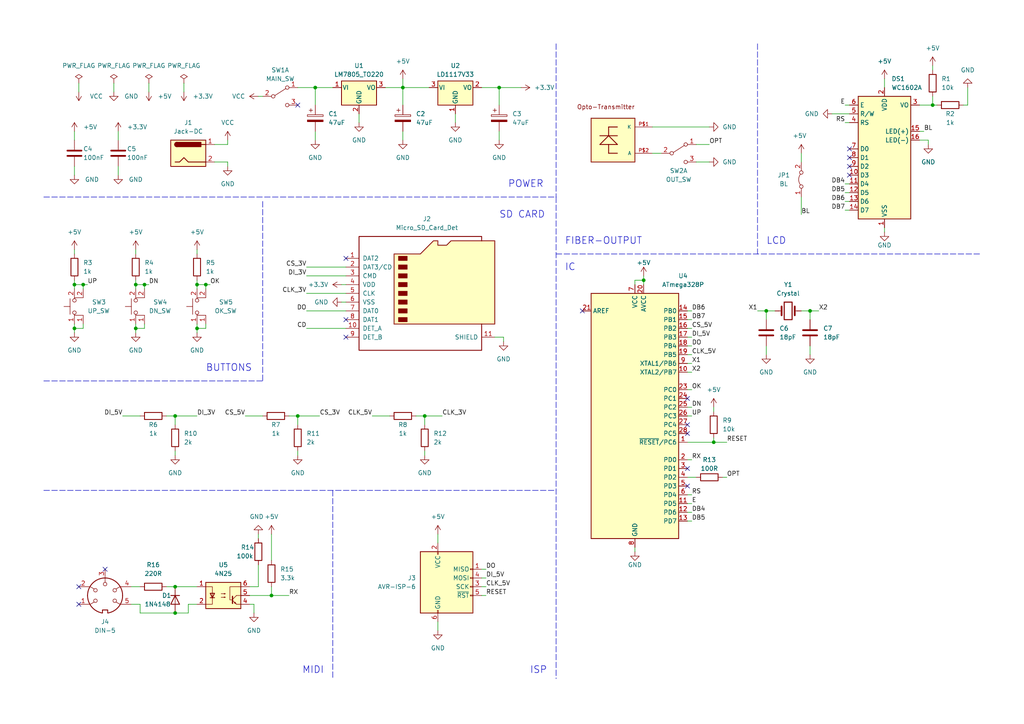
<source format=kicad_sch>
(kicad_sch (version 20230121) (generator eeschema)
  (paper "A4")
  (lib_symbols
    (symbol "Connector:AVR-ISP-6" (pin_names (offset 1.016))
      (property "Reference" "J" (at -6.35 11.43 0))
      (property "Value" "AVR-ISP-6" (at 0 11.43 0))
      (symbol "AVR-ISP-6_1_1"
        (pin passive line (at 10.16 5.08 180) (length 2.54) (name "MISO") (number "1"))
        (pin passive line (at -2.54 12.7 270) (length 2.54) (name "VCC") (number "2"))
        (pin passive line (at 10.16 0 180) (length 2.54) (name "SCK") (number "3"))
        (pin passive line (at 10.16 2.54 180) (length 2.54) (name "MOSI") (number "4"))
        (pin passive line (at 10.16 -2.54 180) (length 2.54) (name "~{RST}") (number "5"))
        (pin passive line (at -2.54 -10.16 90) (length 2.54) (name "GND") (number "6"))
      )
    )
    (symbol "Connector:DIN-5" (pin_names (offset 1.016))
      (property "Reference" "J" (at 3.175 5.715 0))
      (property "Value" "DIN-5" (at 0 -6.35 0))
      (symbol "DIN-5_1_1"
        (pin passive line (at -7.62 -2.54 0) (length 2.54) (name "~") (number "1"))
        (pin passive line (at -7.62 2.54 0) (length 2.54) (name "~") (number "2"))
        (pin passive line (at 0 7.62 270) (length 2.54) (name "~") (number "3"))
        (pin passive line (at 7.62 2.54 180) (length 2.54) (name "~") (number "4"))
        (pin passive line (at 7.62 -2.54 180) (length 2.54) (name "~") (number "5"))
      )
    )
    (symbol "Connector:Jack-DC" (pin_names (offset 1.016))
      (property "Reference" "J" (at 0 5.334 0))
      (property "Value" "Jack-DC" (at 0 -5.08 0))
      (symbol "Jack-DC_1_1"
        (pin passive line (at 7.62 2.54 180) (length 2.54) (name "~") (number "1"))
        (pin passive line (at 7.62 -2.54 180) (length 2.54) (name "~") (number "2"))
      )
    )
    (symbol "Connector:Micro_SD_Card_Det" (pin_names (offset 1.016))
      (property "Reference" "J" (at -16.51 17.78 0))
      (property "Value" "Micro_SD_Card_Det" (at 16.51 17.78 0))
      (symbol "Micro_SD_Card_Det_1_1"
        (pin bidirectional line (at -22.86 10.16 0) (length 3.81) (name "DAT2") (number "1"))
        (pin passive line (at -22.86 -10.16 0) (length 3.81) (name "DET_A") (number "10"))
        (pin passive line (at 20.32 -12.7 180) (length 3.81) (name "SHIELD") (number "11"))
        (pin bidirectional line (at -22.86 7.62 0) (length 3.81) (name "DAT3/CD") (number "2"))
        (pin input line (at -22.86 5.08 0) (length 3.81) (name "CMD") (number "3"))
        (pin power_in line (at -22.86 2.54 0) (length 3.81) (name "VDD") (number "4"))
        (pin input line (at -22.86 0 0) (length 3.81) (name "CLK") (number "5"))
        (pin power_in line (at -22.86 -2.54 0) (length 3.81) (name "VSS") (number "6"))
        (pin bidirectional line (at -22.86 -5.08 0) (length 3.81) (name "DAT0") (number "7"))
        (pin bidirectional line (at -22.86 -7.62 0) (length 3.81) (name "DAT1") (number "8"))
        (pin passive line (at -22.86 -12.7 0) (length 3.81) (name "DET_B") (number "9"))
      )
    )
    (symbol "Device:C" (pin_numbers hide) (pin_names (offset 0.254))
      (property "Reference" "C" (at 0.635 2.54 0))
      (property "Value" "C" (at 0.635 -2.54 0))
      (symbol "C_1_1"
        (pin passive line (at 0 3.81 270) (length 2.794) (name "~") (number "1"))
        (pin passive line (at 0 -3.81 90) (length 2.794) (name "~") (number "2"))
      )
    )
    (symbol "Device:C_Polarized" (pin_numbers hide) (pin_names (offset 0.254))
      (property "Reference" "C" (at 0.635 2.54 0))
      (property "Value" "C_Polarized" (at 0.635 -2.54 0))
      (symbol "C_Polarized_1_1"
        (pin passive line (at 0 3.81 270) (length 2.794) (name "~") (number "1"))
        (pin passive line (at 0 -3.81 90) (length 2.794) (name "~") (number "2"))
      )
    )
    (symbol "Device:Crystal" (pin_numbers hide) (pin_names (offset 1.016) hide)
      (property "Reference" "Y" (at 0 3.81 0))
      (property "Value" "Crystal" (at 0 -3.81 0))
      (symbol "Crystal_1_1"
        (pin passive line (at -3.81 0 0) (length 1.27) (name "1") (number "1"))
        (pin passive line (at 3.81 0 180) (length 1.27) (name "2") (number "2"))
      )
    )
    (symbol "Device:R" (pin_numbers hide) (pin_names (offset 0))
      (property "Reference" "R" (at 2.032 0 90))
      (property "Value" "R" (at 0 0 90))
      (symbol "R_1_1"
        (pin passive line (at 0 3.81 270) (length 1.27) (name "~") (number "1"))
        (pin passive line (at 0 -3.81 90) (length 1.27) (name "~") (number "2"))
      )
    )
    (symbol "Diode:1N4148" (pin_numbers hide) (pin_names (offset 1.016) hide)
      (property "Reference" "D" (at 0 2.54 0))
      (property "Value" "1N4148" (at 0 -2.54 0))
      (symbol "1N4148_1_1"
        (pin passive line (at -3.81 0 0) (length 2.54) (name "K") (number "1"))
        (pin passive line (at 3.81 0 180) (length 2.54) (name "A") (number "2"))
      )
    )
    (symbol "Display_Character:WC1602A"
      (property "Reference" "DS" (at -5.842 19.05 0))
      (property "Value" "WC1602A" (at 5.334 19.05 0))
      (symbol "WC1602A_1_1"
        (pin power_in line (at 0 -20.32 90) (length 2.54) (name "VSS") (number "1"))
        (pin input line (at -10.16 -5.08 0) (length 2.54) (name "D3") (number "10"))
        (pin input line (at -10.16 -7.62 0) (length 2.54) (name "D4") (number "11"))
        (pin input line (at -10.16 -10.16 0) (length 2.54) (name "D5") (number "12"))
        (pin input line (at -10.16 -12.7 0) (length 2.54) (name "D6") (number "13"))
        (pin input line (at -10.16 -15.24 0) (length 2.54) (name "D7") (number "14"))
        (pin power_in line (at 10.16 7.62 180) (length 2.54) (name "LED(+)") (number "15"))
        (pin power_in line (at 10.16 5.08 180) (length 2.54) (name "LED(-)") (number "16"))
        (pin power_in line (at 0 20.32 270) (length 2.54) (name "VDD") (number "2"))
        (pin input line (at 10.16 15.24 180) (length 2.54) (name "VO") (number "3"))
        (pin input line (at -10.16 10.16 0) (length 2.54) (name "RS") (number "4"))
        (pin input line (at -10.16 12.7 0) (length 2.54) (name "R/W") (number "5"))
        (pin input line (at -10.16 15.24 0) (length 2.54) (name "E") (number "6"))
        (pin input line (at -10.16 2.54 0) (length 2.54) (name "D0") (number "7"))
        (pin input line (at -10.16 0 0) (length 2.54) (name "D1") (number "8"))
        (pin input line (at -10.16 -2.54 0) (length 2.54) (name "D2") (number "9"))
      )
    )
    (symbol "IFE91A:IFE91A" (pin_names (offset 1.016))
      (symbol "IFE91A_0_0"
        (text "Opto-Transmitter" (at -7.62 -7.62 0) (effects (font (size 1.27 1.27)) (justify left bottom)))
        (pin bidirectional line (at -12.7 -2.54 0) (length 5.08) (name "K") (number "P$1"))
        (pin bidirectional line (at -12.7 5.08 0) (length 5.08) (name "A") (number "P$2"))
      )
    )
    (symbol "Isolator:4N25" (pin_names (offset 1.016))
      (property "Reference" "U" (at -5.08 5.08 0))
      (property "Value" "4N25" (at 0 5.08 0))
      (symbol "4N25_1_1"
        (pin passive line (at -7.62 2.54 0) (length 2.54) (name "~") (number "1"))
        (pin passive line (at -7.62 -2.54 0) (length 2.54) (name "~") (number "2"))
        (pin no_connect line (at -5.08 0 0) (length 2.54) hide (name "NC") (number "3"))
        (pin passive line (at 7.62 -2.54 180) (length 2.54) (name "~") (number "4"))
        (pin passive line (at 7.62 0 180) (length 2.54) (name "~") (number "5"))
        (pin passive line (at 7.62 2.54 180) (length 2.54) (name "~") (number "6"))
      )
    )
    (symbol "Jumper:Jumper_2_Bridged" (pin_names (offset 0) hide)
      (property "Reference" "JP" (at 0 1.905 0))
      (property "Value" "Jumper_2_Bridged" (at 0 -2.54 0))
      (symbol "Jumper_2_Bridged_1_1"
        (pin passive line (at -5.08 0 0) (length 2.54) (name "A") (number "1"))
        (pin passive line (at 5.08 0 180) (length 2.54) (name "B") (number "2"))
      )
    )
    (symbol "MCU_Microchip_ATmega:ATmega168-20P"
      (property "Reference" "U" (at -12.7 36.83 0))
      (property "Value" "ATmega168-20P" (at 2.54 -36.83 0))
      (symbol "ATmega168-20P_1_1"
        (pin bidirectional line (at 15.24 -7.62 180) (length 2.54) (name "~{RESET}/PC6") (number "1"))
        (pin bidirectional line (at 15.24 12.7 180) (length 2.54) (name "XTAL2/PB7") (number "10"))
        (pin bidirectional line (at 15.24 -25.4 180) (length 2.54) (name "PD5") (number "11"))
        (pin bidirectional line (at 15.24 -27.94 180) (length 2.54) (name "PD6") (number "12"))
        (pin bidirectional line (at 15.24 -30.48 180) (length 2.54) (name "PD7") (number "13"))
        (pin bidirectional line (at 15.24 30.48 180) (length 2.54) (name "PB0") (number "14"))
        (pin bidirectional line (at 15.24 27.94 180) (length 2.54) (name "PB1") (number "15"))
        (pin bidirectional line (at 15.24 25.4 180) (length 2.54) (name "PB2") (number "16"))
        (pin bidirectional line (at 15.24 22.86 180) (length 2.54) (name "PB3") (number "17"))
        (pin bidirectional line (at 15.24 20.32 180) (length 2.54) (name "PB4") (number "18"))
        (pin bidirectional line (at 15.24 17.78 180) (length 2.54) (name "PB5") (number "19"))
        (pin bidirectional line (at 15.24 -12.7 180) (length 2.54) (name "PD0") (number "2"))
        (pin power_in line (at 2.54 38.1 270) (length 2.54) (name "AVCC") (number "20"))
        (pin passive line (at -15.24 30.48 0) (length 2.54) (name "AREF") (number "21"))
        (pin passive line (at 0 -38.1 90) (length 2.54) hide (name "GND") (number "22"))
        (pin bidirectional line (at 15.24 7.62 180) (length 2.54) (name "PC0") (number "23"))
        (pin bidirectional line (at 15.24 5.08 180) (length 2.54) (name "PC1") (number "24"))
        (pin bidirectional line (at 15.24 2.54 180) (length 2.54) (name "PC2") (number "25"))
        (pin bidirectional line (at 15.24 0 180) (length 2.54) (name "PC3") (number "26"))
        (pin bidirectional line (at 15.24 -2.54 180) (length 2.54) (name "PC4") (number "27"))
        (pin bidirectional line (at 15.24 -5.08 180) (length 2.54) (name "PC5") (number "28"))
        (pin bidirectional line (at 15.24 -15.24 180) (length 2.54) (name "PD1") (number "3"))
        (pin bidirectional line (at 15.24 -17.78 180) (length 2.54) (name "PD2") (number "4"))
        (pin bidirectional line (at 15.24 -20.32 180) (length 2.54) (name "PD3") (number "5"))
        (pin bidirectional line (at 15.24 -22.86 180) (length 2.54) (name "PD4") (number "6"))
        (pin power_in line (at 0 38.1 270) (length 2.54) (name "VCC") (number "7"))
        (pin power_in line (at 0 -38.1 90) (length 2.54) (name "GND") (number "8"))
        (pin bidirectional line (at 15.24 15.24 180) (length 2.54) (name "XTAL1/PB6") (number "9"))
      )
    )
    (symbol "Regulator_Linear:AMS1117-3.3" (pin_names (offset 0.254))
      (property "Reference" "U" (at -3.81 3.175 0))
      (property "Value" "AMS1117-3.3" (at 0 3.175 0))
      (symbol "AMS1117-3.3_1_1"
        (pin power_in line (at 0 -7.62 90) (length 2.54) (name "GND") (number "1"))
        (pin power_out line (at 7.62 0 180) (length 2.54) (name "VO") (number "2"))
        (pin power_in line (at -7.62 0 0) (length 2.54) (name "VI") (number "3"))
      )
    )
    (symbol "Regulator_Linear:LM7805_TO220" (pin_names (offset 0.254))
      (property "Reference" "U" (at -3.81 3.175 0))
      (property "Value" "LM7805_TO220" (at 0 3.175 0))
      (symbol "LM7805_TO220_1_1"
        (pin power_in line (at -7.62 0 0) (length 2.54) (name "VI") (number "1"))
        (pin power_in line (at 0 -7.62 90) (length 2.54) (name "GND") (number "2"))
        (pin power_out line (at 7.62 0 180) (length 2.54) (name "VO") (number "3"))
      )
    )
    (symbol "SW_MEC_5E_1" (pin_names (offset 1.016) hide)
      (property "Reference" "SW3" (at 1.27 1.2701 90))
      (property "Value" "SW_MEC_5E_1" (at 1.27 -1.2699 90))
      (symbol "SW_MEC_5E_1_0_1"
        (pin passive line (at -5.08 2.54 0) (length 2.54) (name "1") (number "1"))
        (pin passive line (at -5.08 0 0) (length 2.54) (name "2") (number "1"))
        (pin passive line (at 5.08 2.54 180) (length 2.54) (name "A") (number "2"))
        (pin passive line (at 5.08 0 180) (length 2.54) (name "K") (number "2"))
      )
    )
    (symbol "Switch:SW_DPDT_x2" (pin_names (offset 0) hide)
      (property "Reference" "SW" (at 0 4.318 0))
      (property "Value" "SW_DPDT_x2" (at 0 -5.08 0))
      (symbol "SW_DPDT_x2_1_1"
        (pin passive line (at 5.08 2.54 180) (length 2.54) (name "A") (number "1"))
        (pin passive line (at -5.08 0 0) (length 2.54) (name "B") (number "2"))
        (pin passive line (at 5.08 -2.54 180) (length 2.54) (name "C") (number "3"))
      )
      (symbol "SW_DPDT_x2_2_1"
        (pin passive line (at 5.08 2.54 180) (length 2.54) (name "A") (number "4"))
        (pin passive line (at -5.08 0 0) (length 2.54) (name "B") (number "5"))
        (pin passive line (at 5.08 -2.54 180) (length 2.54) (name "C") (number "6"))
      )
    )
    (symbol "power:+3.3V" (power) (pin_names (offset 0))
      (property "Value" "+3.3V" (at 0 3.556 0))
      (symbol "+3.3V_1_1"
        (pin power_in line (at 0 0 90) (length 0) hide (name "+3.3V") (number "1"))
      )
    )
    (symbol "power:+5V" (power) (pin_names (offset 0))
      (property "Value" "+5V" (at 0 3.556 0))
      (symbol "+5V_1_1"
        (pin power_in line (at 0 0 90) (length 0) hide (name "+5V") (number "1"))
      )
    )
    (symbol "power:GND" (power) (pin_names (offset 0))
      (property "Value" "GND" (at 0 -3.81 0))
      (symbol "GND_1_1"
        (pin power_in line (at 0 0 270) (length 0) hide (name "GND") (number "1"))
      )
    )
    (symbol "power:PWR_FLAG" (power) (pin_numbers hide) (pin_names (offset 0) hide)
      (property "Value" "PWR_FLAG" (at 0 3.81 0))
      (symbol "PWR_FLAG_0_0"
        (pin power_out line (at 0 0 90) (length 0) (name "pwr") (number "1"))
      )
    )
    (symbol "power:VCC" (power) (pin_names (offset 0))
      (property "Value" "VCC" (at 0 3.81 0))
      (symbol "VCC_1_1"
        (pin power_in line (at 0 0 90) (length 0) hide (name "VCC") (number "1"))
      )
    )
  )
  (junction (at 123.19 120.65))
  (junction (at 24.13 82.55))
  (junction (at 186.69 81.28))
  (junction (at 57.15 95.25))
  (junction (at 270.51 30.48))
  (junction (at 41.91 82.55))
  (junction (at 39.37 95.25))
  (junction (at 39.37 82.55))
  (junction (at 86.36 120.65))
  (junction (at 50.8 120.65))
  (junction (at 57.15 82.55))
  (junction (at 78.74 172.72))
  (junction (at 50.8 170.18))
  (junction (at 21.59 95.25))
  (junction (at 207.01 128.27))
  (junction (at 234.95 90.17))
  (junction (at 21.59 82.55))
  (junction (at 222.25 90.17))
  (junction (at 116.84 25.4))
  (junction (at 144.78 25.4))
  (junction (at 59.69 82.55))
  (junction (at 91.44 25.4))
  (junction (at 50.8 177.8))
  (no_connect (at 168.91 90.17))
  (no_connect (at 199.39 140.97))
  (no_connect (at 199.39 115.57))
  (no_connect (at 199.39 123.19))
  (no_connect (at 199.39 125.73))
  (no_connect (at 199.39 135.89))
  (no_connect (at 100.33 97.79))
  (no_connect (at 100.33 92.71))
  (no_connect (at 100.33 74.93))
  (no_connect (at 246.38 45.72))
  (no_connect (at 246.38 48.26))
  (no_connect (at 246.38 50.8))
  (no_connect (at 246.38 43.18))
  (no_connect (at 30.48 165.1))
  (no_connect (at 22.86 170.18))
  (no_connect (at 22.86 175.26))
  (no_connect (at 86.36 30.48))
  (wire (pts (xy 199.39 107.95) (xy 200.66 107.95)))
  (wire (pts (xy 21.59 81.28) (xy 21.59 82.55)))
  (wire (pts (xy 222.25 90.17) (xy 224.79 90.17)))
  (wire (pts (xy 199.39 92.71) (xy 200.66 92.71)))
  (wire (pts (xy 199.39 105.41) (xy 200.66 105.41)))
  (wire (pts (xy 146.05 97.79) (xy 146.05 99.06)))
  (wire (pts (xy 139.7 167.64) (xy 140.97 167.64)))
  (wire (pts (xy 280.67 25.4) (xy 280.67 30.48)))
  (wire (pts (xy 245.11 60.96) (xy 246.38 60.96)))
  (wire (pts (xy 245.11 58.42) (xy 246.38 58.42)))
  (wire (pts (xy 104.14 33.02) (xy 104.14 35.56)))
  (wire (pts (xy 34.29 38.1) (xy 34.29 40.64)))
  (wire (pts (xy 199.39 138.43) (xy 201.93 138.43)))
  (wire (pts (xy 245.11 53.34) (xy 246.38 53.34)))
  (wire (pts (xy 72.39 172.72) (xy 78.74 172.72)))
  (wire (pts (xy 39.37 95.25) (xy 39.37 96.52)))
  (wire (pts (xy 59.69 93.98) (xy 59.69 95.25)))
  (wire (pts (xy 199.39 120.65) (xy 200.66 120.65)))
  (wire (pts (xy 39.37 93.98) (xy 39.37 95.25)))
  (wire (pts (xy 66.04 41.91) (xy 66.04 40.64)))
  (wire (pts (xy 21.59 72.39) (xy 21.59 73.66)))
  (wire (pts (xy 184.15 158.75) (xy 184.15 160.02)))
  (wire (pts (xy 209.55 138.43) (xy 210.82 138.43)))
  (wire (pts (xy 21.59 82.55) (xy 24.13 82.55)))
  (wire (pts (xy 88.9 95.25) (xy 100.33 95.25)))
  (wire (pts (xy 88.9 90.17) (xy 100.33 90.17)))
  (wire (pts (xy 74.93 154.94) (xy 74.93 156.21)))
  (wire (pts (xy 83.82 120.65) (xy 86.36 120.65)))
  (polyline (pts (xy 219.71 12.7) (xy 219.71 73.66)) (stroke (width 0) (type dash)))
  (wire (pts (xy 199.39 95.25) (xy 200.66 95.25)))
  (wire (pts (xy 116.84 22.86) (xy 116.84 25.4)))
  (wire (pts (xy 116.84 38.1) (xy 116.84 40.64)))
  (polyline (pts (xy 161.29 12.7) (xy 161.29 57.15)) (stroke (width 0) (type dash)))
  (wire (pts (xy 91.44 38.1) (xy 91.44 40.64)))
  (wire (pts (xy 22.86 24.13) (xy 22.86 26.67)))
  (wire (pts (xy 57.15 175.26) (xy 54.61 175.26)))
  (wire (pts (xy 48.26 170.18) (xy 50.8 170.18)))
  (wire (pts (xy 107.95 120.65) (xy 113.03 120.65)))
  (wire (pts (xy 222.25 92.71) (xy 222.25 90.17)))
  (wire (pts (xy 219.71 90.17) (xy 222.25 90.17)))
  (wire (pts (xy 50.8 170.18) (xy 57.15 170.18)))
  (wire (pts (xy 41.91 95.25) (xy 41.91 93.98)))
  (wire (pts (xy 199.39 143.51) (xy 200.66 143.51)))
  (wire (pts (xy 24.13 82.55) (xy 24.13 83.82)))
  (wire (pts (xy 39.37 72.39) (xy 39.37 73.66)))
  (wire (pts (xy 189.23 44.45) (xy 191.77 44.45)))
  (wire (pts (xy 88.9 77.47) (xy 100.33 77.47)))
  (wire (pts (xy 41.91 82.55) (xy 43.18 82.55)))
  (wire (pts (xy 186.69 81.28) (xy 186.69 82.55)))
  (wire (pts (xy 24.13 95.25) (xy 24.13 93.98)))
  (wire (pts (xy 266.7 40.64) (xy 269.24 40.64)))
  (wire (pts (xy 38.1 170.18) (xy 40.64 170.18)))
  (wire (pts (xy 199.39 128.27) (xy 207.01 128.27)))
  (wire (pts (xy 72.39 170.18) (xy 74.93 170.18)))
  (wire (pts (xy 269.24 40.64) (xy 269.24 41.91)))
  (wire (pts (xy 144.78 25.4) (xy 151.13 25.4)))
  (wire (pts (xy 132.08 33.02) (xy 132.08 35.56)))
  (wire (pts (xy 21.59 95.25) (xy 24.13 95.25)))
  (wire (pts (xy 54.61 175.26) (xy 54.61 177.8)))
  (wire (pts (xy 241.3 33.02) (xy 246.38 33.02)))
  (wire (pts (xy 21.59 38.1) (xy 21.59 40.64)))
  (wire (pts (xy 234.95 100.33) (xy 234.95 102.87)))
  (wire (pts (xy 144.78 25.4) (xy 144.78 30.48)))
  (wire (pts (xy 116.84 25.4) (xy 124.46 25.4)))
  (wire (pts (xy 86.36 120.65) (xy 92.71 120.65)))
  (wire (pts (xy 199.39 151.13) (xy 200.66 151.13)))
  (wire (pts (xy 207.01 128.27) (xy 210.82 128.27)))
  (wire (pts (xy 234.95 90.17) (xy 234.95 92.71)))
  (wire (pts (xy 120.65 120.65) (xy 123.19 120.65)))
  (wire (pts (xy 59.69 82.55) (xy 60.96 82.55)))
  (wire (pts (xy 57.15 81.28) (xy 57.15 82.55)))
  (polyline (pts (xy 76.2 58.42) (xy 76.2 110.49)) (stroke (width 0) (type dash)))
  (wire (pts (xy 34.29 48.26) (xy 34.29 50.8)))
  (wire (pts (xy 184.15 81.28) (xy 186.69 81.28)))
  (wire (pts (xy 21.59 95.25) (xy 21.59 96.52)))
  (wire (pts (xy 24.13 82.55) (xy 25.4 82.55)))
  (wire (pts (xy 78.74 172.72) (xy 83.82 172.72)))
  (polyline (pts (xy 161.29 57.15) (xy 161.29 196.85)) (stroke (width 0) (type dash)))
  (wire (pts (xy 199.39 113.03) (xy 200.66 113.03)))
  (wire (pts (xy 199.39 118.11) (xy 200.66 118.11)))
  (wire (pts (xy 123.19 120.65) (xy 123.19 123.19)))
  (wire (pts (xy 256.54 22.86) (xy 256.54 25.4)))
  (wire (pts (xy 57.15 95.25) (xy 57.15 96.52)))
  (wire (pts (xy 189.23 36.83) (xy 205.74 36.83)))
  (wire (pts (xy 78.74 154.94) (xy 78.74 162.56)))
  (wire (pts (xy 144.78 38.1) (xy 144.78 40.64)))
  (wire (pts (xy 57.15 93.98) (xy 57.15 95.25)))
  (wire (pts (xy 50.8 130.81) (xy 50.8 132.08)))
  (wire (pts (xy 245.11 55.88) (xy 246.38 55.88)))
  (wire (pts (xy 40.64 177.8) (xy 50.8 177.8)))
  (wire (pts (xy 33.02 24.13) (xy 33.02 26.67)))
  (polyline (pts (xy 12.7 57.15) (xy 161.29 57.15)) (stroke (width 0) (type dash)))
  (wire (pts (xy 91.44 25.4) (xy 91.44 30.48)))
  (wire (pts (xy 245.11 30.48) (xy 246.38 30.48)))
  (wire (pts (xy 62.23 41.91) (xy 66.04 41.91)))
  (polyline (pts (xy 96.52 142.24) (xy 96.52 196.85)) (stroke (width 0) (type dash)))
  (wire (pts (xy 59.69 95.25) (xy 57.15 95.25)))
  (wire (pts (xy 66.04 46.99) (xy 62.23 46.99)))
  (wire (pts (xy 199.39 133.35) (xy 200.66 133.35)))
  (wire (pts (xy 143.51 97.79) (xy 146.05 97.79)))
  (wire (pts (xy 139.7 172.72) (xy 140.97 172.72)))
  (wire (pts (xy 86.36 120.65) (xy 86.36 123.19)))
  (wire (pts (xy 35.56 120.65) (xy 40.64 120.65)))
  (wire (pts (xy 139.7 170.18) (xy 140.97 170.18)))
  (wire (pts (xy 207.01 127) (xy 207.01 128.27)))
  (wire (pts (xy 21.59 48.26) (xy 21.59 50.8)))
  (wire (pts (xy 116.84 25.4) (xy 116.84 30.48)))
  (wire (pts (xy 86.36 130.81) (xy 86.36 132.08)))
  (wire (pts (xy 201.93 41.91) (xy 205.74 41.91)))
  (wire (pts (xy 232.41 62.23) (xy 232.41 57.15)))
  (wire (pts (xy 123.19 130.81) (xy 123.19 132.08)))
  (wire (pts (xy 234.95 90.17) (xy 237.49 90.17)))
  (wire (pts (xy 270.51 19.05) (xy 270.51 20.32)))
  (polyline (pts (xy 12.7 142.24) (xy 161.29 142.24)) (stroke (width 0) (type dash)))
  (wire (pts (xy 266.7 38.1) (xy 267.97 38.1)))
  (wire (pts (xy 86.36 25.4) (xy 91.44 25.4)))
  (wire (pts (xy 74.93 170.18) (xy 74.93 163.83)))
  (wire (pts (xy 123.19 120.65) (xy 128.27 120.65)))
  (wire (pts (xy 91.44 25.4) (xy 96.52 25.4)))
  (wire (pts (xy 256.54 66.04) (xy 256.54 67.31)))
  (wire (pts (xy 184.15 82.55) (xy 184.15 81.28)))
  (wire (pts (xy 99.06 87.63) (xy 100.33 87.63)))
  (wire (pts (xy 39.37 82.55) (xy 41.91 82.55)))
  (wire (pts (xy 111.76 25.4) (xy 116.84 25.4)))
  (wire (pts (xy 39.37 82.55) (xy 39.37 83.82)))
  (wire (pts (xy 139.7 25.4) (xy 144.78 25.4)))
  (wire (pts (xy 232.41 46.99) (xy 232.41 44.45)))
  (wire (pts (xy 199.39 146.05) (xy 200.66 146.05)))
  (wire (pts (xy 201.93 46.99) (xy 205.74 46.99)))
  (wire (pts (xy 199.39 100.33) (xy 200.66 100.33)))
  (wire (pts (xy 199.39 90.17) (xy 200.66 90.17)))
  (wire (pts (xy 50.8 120.65) (xy 48.26 120.65)))
  (wire (pts (xy 57.15 82.55) (xy 57.15 83.82)))
  (wire (pts (xy 199.39 148.59) (xy 200.66 148.59)))
  (wire (pts (xy 270.51 27.94) (xy 270.51 30.48)))
  (wire (pts (xy 266.7 30.48) (xy 270.51 30.48)))
  (polyline (pts (xy 12.7 110.49) (xy 76.2 110.49)) (stroke (width 0) (type dash)))
  (wire (pts (xy 222.25 100.33) (xy 222.25 102.87)))
  (wire (pts (xy 232.41 90.17) (xy 234.95 90.17)))
  (wire (pts (xy 186.69 81.28) (xy 186.69 80.01)))
  (wire (pts (xy 50.8 120.65) (xy 57.15 120.65)))
  (wire (pts (xy 57.15 82.55) (xy 59.69 82.55)))
  (wire (pts (xy 66.04 48.26) (xy 66.04 46.99)))
  (wire (pts (xy 59.69 82.55) (xy 59.69 83.82)))
  (wire (pts (xy 270.51 30.48) (xy 271.78 30.48)))
  (wire (pts (xy 207.01 118.11) (xy 207.01 119.38)))
  (wire (pts (xy 78.74 172.72) (xy 78.74 170.18)))
  (wire (pts (xy 88.9 85.09) (xy 100.33 85.09)))
  (wire (pts (xy 40.64 175.26) (xy 40.64 177.8)))
  (wire (pts (xy 127 154.94) (xy 127 157.48)))
  (wire (pts (xy 50.8 177.8) (xy 54.61 177.8)))
  (wire (pts (xy 245.11 35.56) (xy 246.38 35.56)))
  (wire (pts (xy 57.15 72.39) (xy 57.15 73.66)))
  (wire (pts (xy 74.93 27.94) (xy 76.2 27.94)))
  (wire (pts (xy 53.34 24.13) (xy 53.34 26.67)))
  (wire (pts (xy 39.37 95.25) (xy 41.91 95.25)))
  (wire (pts (xy 40.64 175.26) (xy 38.1 175.26)))
  (wire (pts (xy 21.59 93.98) (xy 21.59 95.25)))
  (wire (pts (xy 99.06 82.55) (xy 100.33 82.55)))
  (polyline (pts (xy 161.29 73.66) (xy 284.48 73.66)) (stroke (width 0) (type dash)))
  (wire (pts (xy 39.37 81.28) (xy 39.37 82.55)))
  (wire (pts (xy 72.39 175.26) (xy 73.66 175.26)))
  (wire (pts (xy 43.18 24.13) (xy 43.18 26.67)))
  (wire (pts (xy 139.7 165.1) (xy 140.97 165.1)))
  (wire (pts (xy 73.66 175.26) (xy 73.66 177.8)))
  (wire (pts (xy 199.39 102.87) (xy 200.66 102.87)))
  (wire (pts (xy 199.39 97.79) (xy 200.66 97.79)))
  (wire (pts (xy 50.8 123.19) (xy 50.8 120.65)))
  (wire (pts (xy 71.12 120.65) (xy 76.2 120.65)))
  (wire (pts (xy 88.9 80.01) (xy 100.33 80.01)))
  (wire (pts (xy 127 180.34) (xy 127 182.88)))
  (wire (pts (xy 21.59 82.55) (xy 21.59 83.82)))
  (wire (pts (xy 41.91 82.55) (xy 41.91 83.82)))
  (wire (pts (xy 280.67 30.48) (xy 279.4 30.48)))
  (text "ISP" (at 153.67 195.58 0) (effects (font (size 2 2)) (justify left bottom)))
  (text "IC" (at 163.83 78.74 0) (effects (font (size 2 2)) (justify left bottom)))
  (text "SD CARD\n" (at 144.78 63.5 0) (effects (font (size 2 2)) (justify left bottom)))
  (text "MIDI" (at 87.63 195.58 0) (effects (font (size 2 2)) (justify left bottom)))
  (text "POWER\n" (at 147.32 54.61 0) (effects (font (size 2 2)) (justify left bottom)))
  (text "FIBER-OUTPUT\n" (at 163.83 71.12 0) (effects (font (size 2 2)) (justify left bottom)))
  (text "LCD\n" (at 222.25 71.12 0) (effects (font (size 2 2)) (justify left bottom)))
  (text "BUTTONS\n" (at 59.69 107.95 0) (effects (font (size 2 2)) (justify left bottom)))
  (label "DO" (at 200.66 100.33 0))
  (label "OPT" (at 205.74 41.91 0))
  (label "CD" (at 88.9 95.25 180))
  (label "CLK_5V" (at 140.97 170.18 0))
  (label "UP" (at 200.66 120.65 0))
  (label "X2" (at 237.49 90.17 0))
  (label "CLK_5V" (at 107.95 120.65 180))
  (label "DI_5V" (at 200.66 97.79 0))
  (label "RX" (at 200.66 133.35 0))
  (label "CS_5V" (at 71.12 120.65 180))
  (label "DN" (at 43.18 82.55 0))
  (label "RESET" (at 140.97 172.72 0))
  (label "DB6" (at 200.66 90.17 0))
  (label "X1" (at 219.71 90.17 180))
  (label "DI_5V" (at 35.56 120.65 180))
  (label "E" (at 200.66 146.05 0))
  (label "CS_3V" (at 92.71 120.65 0))
  (label "DO" (at 140.97 165.1 0))
  (label "DB7" (at 245.11 60.96 180))
  (label "DI_3V" (at 88.9 80.01 180))
  (label "X2" (at 200.66 107.95 0))
  (label "DN" (at 200.66 118.11 0))
  (label "CLK_5V" (at 200.66 102.87 0))
  (label "OK" (at 60.96 82.55 0))
  (label "CS_3V" (at 88.9 77.47 180))
  (label "X1" (at 200.66 105.41 0))
  (label "CS_5V" (at 200.66 95.25 0))
  (label "CLK_3V" (at 88.9 85.09 180))
  (label "DO" (at 88.9 90.17 180))
  (label "DB6" (at 245.11 58.42 180))
  (label "BL" (at 232.41 62.23 0))
  (label "DB5" (at 200.66 151.13 0))
  (label "RESET" (at 210.82 128.27 0))
  (label "DB5" (at 245.11 55.88 180))
  (label "RS" (at 200.66 143.51 0))
  (label "DB4" (at 200.66 148.59 0))
  (label "RX" (at 83.82 172.72 0))
  (label "RS" (at 245.11 35.56 180))
  (label "OPT" (at 210.82 138.43 0))
  (label "DB7" (at 200.66 92.71 0))
  (label "UP" (at 25.4 82.55 0))
  (label "DB4" (at 245.11 53.34 180))
  (label "DI_5V" (at 140.97 167.64 0))
  (label "E" (at 245.11 30.48 180))
  (label "CLK_3V" (at 128.27 120.65 0))
  (label "DI_3V" (at 57.15 120.65 0))
  (label "OK" (at 200.66 113.03 0))
  (label "BL" (at 267.97 38.1 0))
  (symbol (lib_id "power:+5V") (at 256.54 22.86 0) (unit 1)
    (property "Reference" "#PWR03" (effects hide))
    (property "Value" "+5V" (at 256.54 17.78 0))
  )
  (symbol (lib_id "power:+5V") (at 43.18 26.67 180) (unit 1)
    (property "Reference" "#PWR08" (effects hide))
    (property "Value" "+5V" (at 45.72 27.9399 0) (effects (justify right)))
  )
  (symbol (lib_name "SW_MEC_5E_1") (lib_id "Switch:SW_MEC_5E") (at 59.69 88.9 90) (unit 1)
    (property "Reference" "SW5" (at 63.5 87.63 90) (effects (justify right)))
    (property "Value" "OK_SW" (at 62.23 90.17 90) (effects (justify right)))
    (property "Footprint" "Button_Switch_THT:SW_PUSH_6mm_H7.3mm" (effects hide))
    (property "Datasheet" "http://www.apem.com/int/index.php?controller=attachment&id_attachment=1371" (effects hide))
  )
  (symbol (lib_id "power:+5V") (at 270.51 19.05 0) (unit 1)
    (property "Reference" "#PWR01" (effects hide))
    (property "Value" "+5V" (at 270.51 13.97 0))
  )
  (symbol (lib_id "power:GND") (at 86.36 132.08 0) (unit 1)
    (property "Reference" "#PWR042" (effects hide))
    (property "Value" "GND" (at 86.36 137.16 0))
  )
  (symbol (lib_id "Device:R") (at 21.59 77.47 0) (unit 1)
    (property "Reference" "R3" (at 24.13 76.1999 0) (effects (justify left)))
    (property "Value" "1k" (at 24.13 78.7399 0) (effects (justify left)))
    (property "Footprint" "Resistor_THT:R_Axial_DIN0204_L3.6mm_D1.6mm_P7.62mm_Horizontal" (effects hide))
  )
  (symbol (lib_id "power:GND") (at 99.06 87.63 270) (unit 1)
    (property "Reference" "#PWR033" (effects hide))
    (property "Value" "GND" (at 95.25 87.63 90) (effects (justify right)))
  )
  (symbol (lib_id "Device:R") (at 270.51 24.13 180) (unit 1)
    (property "Reference" "R1" (at 273.05 22.8599 0) (effects (justify right)))
    (property "Value" "10k" (at 273.05 25.3999 0) (effects (justify right)))
    (property "Footprint" "Resistor_THT:R_Axial_DIN0204_L3.6mm_D1.6mm_P7.62mm_Horizontal" (effects hide))
  )
  (symbol (lib_id "Device:R") (at 57.15 77.47 0) (unit 1)
    (property "Reference" "R5" (at 59.69 76.1999 0) (effects (justify left)))
    (property "Value" "1k" (at 59.69 78.7399 0) (effects (justify left)))
    (property "Footprint" "Resistor_THT:R_Axial_DIN0204_L3.6mm_D1.6mm_P7.62mm_Horizontal" (effects hide))
  )
  (symbol (lib_id "power:+5V") (at 39.37 72.39 0) (unit 1)
    (property "Reference" "#PWR029" (effects hide))
    (property "Value" "+5V" (at 39.37 67.31 0))
  )
  (symbol (lib_id "Device:C_Polarized") (at 144.78 34.29 0) (unit 1)
    (property "Reference" "C3" (at 148.59 33.02 0) (effects (justify left)))
    (property "Value" "47uF" (at 148.59 35.56 0) (effects (justify left)))
    (property "Footprint" "Capacitor_THT:CP_Radial_D4.0mm_P1.50mm" (effects hide))
  )
  (symbol (lib_id "Device:R") (at 205.74 138.43 90) (unit 1)
    (property "Reference" "R13" (at 205.74 133.35 90))
    (property "Value" "100R" (at 205.74 135.89 90))
    (property "Footprint" "Resistor_THT:R_Axial_DIN0204_L3.6mm_D1.6mm_P7.62mm_Horizontal" (effects hide))
  )
  (symbol (lib_id "power:+5V") (at 186.69 80.01 0) (unit 1)
    (property "Reference" "#PWR031" (effects hide))
    (property "Value" "+5V" (at 186.69 76.2 0))
  )
  (symbol (lib_id "power:GND") (at 73.66 177.8 0) (unit 1)
    (property "Reference" "#PWR048" (effects hide))
    (property "Value" "GND" (at 73.66 182.88 0))
  )
  (symbol (lib_id "Device:R") (at 207.01 123.19 0) (unit 1)
    (property "Reference" "R9" (at 209.55 121.9199 0) (effects (justify left)))
    (property "Value" "10k" (at 209.55 124.4599 0) (effects (justify left)))
    (property "Footprint" "Resistor_THT:R_Axial_DIN0204_L3.6mm_D1.6mm_P7.62mm_Horizontal" (effects hide))
  )
  (symbol (lib_id "power:+3.3V") (at 53.34 26.67 180) (unit 1)
    (property "Reference" "#PWR09" (effects hide))
    (property "Value" "+3.3V" (at 55.88 27.9399 0) (effects (justify right)))
  )
  (symbol (lib_id "power:VCC") (at 66.04 40.64 0) (unit 1)
    (property "Reference" "#PWR017" (effects hide))
    (property "Value" "VCC" (at 66.04 35.56 0))
  )
  (symbol (lib_id "power:GND") (at 33.02 26.67 0) (unit 1)
    (property "Reference" "#PWR07" (effects hide))
    (property "Value" "GND" (at 38.1 27.94 0))
  )
  (symbol (lib_id "Device:R") (at 74.93 160.02 180) (unit 1)
    (property "Reference" "R14" (at 69.85 158.75 0) (effects (justify right)))
    (property "Value" "100k" (at 68.58 161.29 0) (effects (justify right)))
    (property "Footprint" "Resistor_THT:R_Axial_DIN0204_L3.6mm_D1.6mm_P7.62mm_Horizontal" (effects hide))
  )
  (symbol (lib_id "Device:C") (at 234.95 96.52 0) (unit 1)
    (property "Reference" "C7" (at 238.76 95.2499 0) (effects (justify left)))
    (property "Value" "18pF" (at 238.76 97.7899 0) (effects (justify left)))
    (property "Footprint" "Capacitor_THT:C_Disc_D5.1mm_W3.2mm_P5.00mm" (effects hide))
  )
  (symbol (lib_id "power:GND") (at 116.84 40.64 0) (unit 1)
    (property "Reference" "#PWR019" (effects hide))
    (property "Value" "GND" (at 116.84 45.72 0))
  )
  (symbol (lib_id "power:GND") (at 256.54 67.31 0) (unit 1)
    (property "Reference" "#PWR027" (effects hide))
    (property "Value" "GND" (at 256.54 71.12 0))
  )
  (symbol (lib_id "Device:C") (at 222.25 96.52 0) (unit 1)
    (property "Reference" "C6" (at 226.06 95.2499 0) (effects (justify left)))
    (property "Value" "18pF" (at 226.06 97.7899 0) (effects (justify left)))
    (property "Footprint" "Capacitor_THT:C_Disc_D5.1mm_W3.2mm_P5.00mm" (effects hide))
  )
  (symbol (lib_id "power:PWR_FLAG") (at 33.02 24.13 0) (unit 1)
    (property "Reference" "#FLG02" (effects hide))
    (property "Value" "PWR_FLAG" (at 33.02 19.05 0))
  )
  (symbol (lib_id "power:+5V") (at 127 154.94 0) (unit 1)
    (property "Reference" "#PWR046" (effects hide))
    (property "Value" "+5V" (at 127 149.86 0))
  )
  (symbol (lib_id "Device:R") (at 50.8 127 0) (unit 1)
    (property "Reference" "R10" (at 53.34 125.73 0) (effects (justify left)))
    (property "Value" "2k" (at 53.34 128.27 0) (effects (justify left)))
    (property "Footprint" "Resistor_THT:R_Axial_DIN0204_L3.6mm_D1.6mm_P7.62mm_Horizontal" (effects hide))
  )
  (symbol (lib_id "power:GND") (at 222.25 102.87 0) (unit 1)
    (property "Reference" "#PWR038" (effects hide))
    (property "Value" "GND" (at 222.25 107.95 0))
  )
  (symbol (lib_id "power:+3.3V") (at 151.13 25.4 270) (unit 1)
    (property "Reference" "#PWR04" (effects hide))
    (property "Value" "+3.3V" (at 154.94 25.3999 90) (effects (justify left)))
  )
  (symbol (lib_id "Device:R") (at 80.01 120.65 90) (unit 1)
    (property "Reference" "R7" (at 80.01 123.19 90))
    (property "Value" "1k" (at 80.01 125.73 90))
    (property "Footprint" "Resistor_THT:R_Axial_DIN0204_L3.6mm_D1.6mm_P7.62mm_Horizontal" (effects hide))
  )
  (symbol (lib_id "power:GND") (at 144.78 40.64 0) (unit 1)
    (property "Reference" "#PWR020" (effects hide))
    (property "Value" "GND" (at 144.78 45.72 0))
  )
  (symbol (lib_id "power:GND") (at 66.04 48.26 0) (unit 1)
    (property "Reference" "#PWR024" (effects hide))
    (property "Value" "GND" (at 66.04 53.34 0))
  )
  (symbol (lib_id "power:GND") (at 57.15 96.52 0) (unit 1)
    (property "Reference" "#PWR036" (effects hide))
    (property "Value" "GND" (at 57.15 101.6 0))
  )
  (symbol (lib_id "Regulator_Linear:AMS1117-3.3") (at 132.08 25.4 0) (unit 1)
    (property "Reference" "U2" (at 132.08 19.05 0))
    (property "Value" "LD1117V33" (at 132.08 21.59 0))
    (property "Footprint" "Package_TO_SOT_THT:TO-220-3_Horizontal_TabUp" (effects hide))
    (property "Datasheet" "http://www.advanced-monolithic.com/pdf/ds1117.pdf" (effects hide))
  )
  (symbol (lib_id "power:GND") (at 146.05 99.06 0) (unit 1)
    (property "Reference" "#PWR037" (effects hide))
    (property "Value" "GND" (at 146.05 104.14 0))
  )
  (symbol (lib_id "power:GND") (at 104.14 35.56 0) (unit 1)
    (property "Reference" "#PWR012" (effects hide))
    (property "Value" "GND" (at 104.14 40.64 0))
  )
  (symbol (lib_id "power:GND") (at 91.44 40.64 0) (unit 1)
    (property "Reference" "#PWR018" (effects hide))
    (property "Value" "GND" (at 91.44 45.72 0))
  )
  (symbol (lib_id "power:GND") (at 205.74 46.99 90) (unit 1)
    (property "Reference" "#PWR023" (effects hide))
    (property "Value" "GND" (at 209.55 46.9899 90) (effects (justify right)))
  )
  (symbol (lib_id "power:GND") (at 205.74 36.83 90) (unit 1)
    (property "Reference" "#PWR014" (effects hide))
    (property "Value" "GND" (at 209.55 36.8299 90) (effects (justify right)))
  )
  (symbol (lib_id "power:VCC") (at 22.86 26.67 180) (unit 1)
    (property "Reference" "#PWR06" (effects hide))
    (property "Value" "VCC" (at 27.94 27.94 0))
  )
  (symbol (lib_id "power:GND") (at 123.19 132.08 0) (unit 1)
    (property "Reference" "#PWR043" (effects hide))
    (property "Value" "GND" (at 123.19 137.16 0))
  )
  (symbol (lib_id "Regulator_Linear:LM7805_TO220") (at 104.14 25.4 0) (unit 1)
    (property "Reference" "U1" (at 104.14 19.05 0))
    (property "Value" "LM7805_TO220" (at 104.14 21.59 0))
    (property "Footprint" "Package_TO_SOT_THT:TO-220-3_Horizontal_TabUp" (effects hide))
    (property "Datasheet" "https://www.onsemi.cn/PowerSolutions/document/MC7800-D.PDF" (effects hide))
  )
  (symbol (lib_id "power:GND") (at 132.08 35.56 0) (unit 1)
    (property "Reference" "#PWR013" (effects hide))
    (property "Value" "GND" (at 132.08 40.64 0))
  )
  (symbol (lib_id "power:GND") (at 241.3 33.02 270) (unit 1)
    (property "Reference" "#PWR011" (effects hide))
    (property "Value" "GND" (at 237.49 33.0199 90) (effects (justify right)))
  )
  (symbol (lib_id "power:+5V") (at 21.59 38.1 0) (unit 1)
    (property "Reference" "#PWR015" (effects hide))
    (property "Value" "+5V" (at 24.13 36.8299 0) (effects (justify left)))
  )
  (symbol (lib_id "Switch:SW_DPDT_x2") (at 196.85 44.45 0) (unit 1)
    (property "Reference" "SW2" (at 196.85 49.53 0))
    (property "Value" "OUT_SW" (at 196.85 52.07 0))
    (property "Footprint" "Switch:Switch 12x6mm" (effects hide))
  )
  (symbol (lib_id "power:GND") (at 50.8 132.08 0) (unit 1)
    (property "Reference" "#PWR041" (effects hide))
    (property "Value" "GND" (at 50.8 137.16 0))
  )
  (symbol (lib_id "power:PWR_FLAG") (at 43.18 24.13 0) (unit 1)
    (property "Reference" "#FLG03" (effects hide))
    (property "Value" "PWR_FLAG" (at 43.18 19.05 0))
  )
  (symbol (lib_id "Connector:AVR-ISP-6") (at 129.54 170.18 0) (unit 1)
    (property "Reference" "J3" (at 120.65 167.6399 0) (effects (justify right)))
    (property "Value" "AVR-ISP-6" (at 120.65 170.1799 0) (effects (justify right)))
    (property "Footprint" "Connector_PinSocket_2.54mm:PinSocket_2x03_P2.54mm_Vertical" (effects hide))
    (property "Datasheet" " ~" (effects hide))
  )
  (symbol (lib_id "power:GND") (at 21.59 96.52 0) (unit 1)
    (property "Reference" "#PWR034" (effects hide))
    (property "Value" "GND" (at 21.59 101.6 0))
  )
  (symbol (lib_id "Device:C") (at 21.59 44.45 0) (unit 1)
    (property "Reference" "C4" (at 24.13 43.18 0) (effects (justify left)))
    (property "Value" "100nF" (at 24.13 45.72 0) (effects (justify left)))
    (property "Footprint" "Capacitor_THT:C_Disc_D5.1mm_W3.2mm_P5.00mm" (effects hide))
  )
  (symbol (lib_id "Device:C_Polarized") (at 91.44 34.29 0) (unit 1)
    (property "Reference" "C1" (at 95.25 33.02 0) (effects (justify left)))
    (property "Value" "47uF" (at 95.25 35.56 0) (effects (justify left)))
    (property "Footprint" "Capacitor_THT:CP_Radial_D4.0mm_P1.50mm" (effects hide))
  )
  (symbol (lib_id "power:+5V") (at 21.59 72.39 0) (unit 1)
    (property "Reference" "#PWR028" (effects hide))
    (property "Value" "+5V" (at 21.59 67.31 0))
  )
  (symbol (lib_id "power:+5V") (at 78.74 154.94 0) (unit 1)
    (property "Reference" "#PWR045" (effects hide))
    (property "Value" "+5V" (at 78.74 149.86 0))
  )
  (symbol (lib_id "Device:R") (at 86.36 127 0) (unit 1)
    (property "Reference" "R11" (at 88.9 125.73 0) (effects (justify left)))
    (property "Value" "2k" (at 88.9 128.27 0) (effects (justify left)))
    (property "Footprint" "Resistor_THT:R_Axial_DIN0204_L3.6mm_D1.6mm_P7.62mm_Horizontal" (effects hide))
  )
  (symbol (lib_id "Device:Crystal") (at 228.6 90.17 180) (unit 1)
    (property "Reference" "Y1" (at 228.6 82.55 0))
    (property "Value" "Crystal" (at 228.6 85.09 0))
    (property "Footprint" "Crystal:Crystal_HC49-4H_Vertical" (effects hide))
  )
  (symbol (lib_id "Device:C_Polarized") (at 116.84 34.29 0) (unit 1)
    (property "Reference" "C2" (at 120.65 33.02 0) (effects (justify left)))
    (property "Value" "47uF" (at 120.65 35.56 0) (effects (justify left)))
    (property "Footprint" "Capacitor_THT:CP_Radial_D4.0mm_P1.50mm" (effects hide))
  )
  (symbol (lib_id "Device:C") (at 34.29 44.45 0) (unit 1)
    (property "Reference" "C5" (at 36.83 43.18 0) (effects (justify left)))
    (property "Value" "100nF" (at 36.83 45.72 0) (effects (justify left)))
    (property "Footprint" "Capacitor_THT:C_Disc_D5.1mm_W3.2mm_P5.00mm" (effects hide))
  )
  (symbol (lib_id "power:GND") (at 184.15 160.02 0) (unit 1)
    (property "Reference" "#PWR047" (effects hide))
    (property "Value" "GND" (at 184.15 163.83 0))
  )
  (symbol (lib_id "power:+3.3V") (at 34.29 38.1 0) (unit 1)
    (property "Reference" "#PWR016" (effects hide))
    (property "Value" "+3.3V" (at 36.83 36.8299 0) (effects (justify left)))
  )
  (symbol (lib_id "power:+3.3V") (at 99.06 82.55 90) (unit 1)
    (property "Reference" "#PWR032" (effects hide))
    (property "Value" "+3.3V" (at 95.25 82.55 90) (effects (justify left)))
  )
  (symbol (lib_id "Device:R") (at 39.37 77.47 0) (unit 1)
    (property "Reference" "R4" (at 41.91 76.1999 0) (effects (justify left)))
    (property "Value" "1k" (at 41.91 78.7399 0) (effects (justify left)))
    (property "Footprint" "Resistor_THT:R_Axial_DIN0204_L3.6mm_D1.6mm_P7.62mm_Horizontal" (effects hide))
  )
  (symbol (lib_id "Connector:Jack-DC") (at 54.61 44.45 0) (unit 1)
    (property "Reference" "J1" (at 54.61 35.56 0))
    (property "Value" "Jack-DC" (at 54.61 38.1 0))
    (property "Footprint" "Connector_BarrelJack:BarrelJack_Horizontal" (effects hide))
  )
  (symbol (lib_id "power:+5V") (at 116.84 22.86 0) (unit 1)
    (property "Reference" "#PWR02" (effects hide))
    (property "Value" "+5V" (at 116.84 17.78 0))
  )
  (symbol (lib_id "Device:R") (at 44.45 120.65 90) (unit 1)
    (property "Reference" "R6" (at 44.45 123.19 90))
    (property "Value" "1k" (at 44.45 125.73 90))
    (property "Footprint" "Resistor_THT:R_Axial_DIN0204_L3.6mm_D1.6mm_P7.62mm_Horizontal" (effects hide))
  )
  (symbol (lib_id "power:GND") (at 234.95 102.87 0) (unit 1)
    (property "Reference" "#PWR039" (effects hide))
    (property "Value" "GND" (at 234.95 107.95 0))
  )
  (symbol (lib_id "Device:R") (at 44.45 170.18 90) (unit 1)
    (property "Reference" "R16" (at 44.45 163.83 90))
    (property "Value" "220R" (at 44.45 166.37 90))
    (property "Footprint" "Resistor_THT:R_Axial_DIN0204_L3.6mm_D1.6mm_P7.62mm_Horizontal" (effects hide))
  )
  (symbol (lib_id "power:PWR_FLAG") (at 22.86 24.13 0) (unit 1)
    (property "Reference" "#FLG01" (effects hide))
    (property "Value" "PWR_FLAG" (at 22.86 19.05 0))
  )
  (symbol (lib_id "Device:R") (at 275.59 30.48 90) (unit 1)
    (property "Reference" "R2" (at 275.59 33.02 90))
    (property "Value" "1k" (at 275.59 35.56 90))
    (property "Footprint" "Resistor_THT:R_Axial_DIN0204_L3.6mm_D1.6mm_P7.62mm_Horizontal" (effects hide))
  )
  (symbol (lib_name "SW_MEC_5E_1") (lib_id "Switch:SW_MEC_5E") (at 24.13 88.9 90) (unit 1)
    (property "Reference" "SW3" (at 26.67 87.63 90) (effects (justify right)))
    (property "Value" "UP_SW" (at 25.4 90.17 90) (effects (justify right)))
    (property "Footprint" "Button_Switch_THT:SW_PUSH_6mm_H7.3mm" (effects hide))
    (property "Datasheet" "http://www.apem.com/int/index.php?controller=attachment&id_attachment=1371" (effects hide))
  )
  (symbol (lib_id "power:GND") (at 269.24 41.91 0) (unit 1)
    (property "Reference" "#PWR021" (effects hide))
    (property "Value" "GND" (at 269.24 46.99 0))
  )
  (symbol (lib_id "power:GND") (at 127 182.88 0) (unit 1)
    (property "Reference" "#PWR049" (effects hide))
    (property "Value" "GND" (at 127 187.96 0))
  )
  (symbol (lib_id "Device:R") (at 123.19 127 0) (unit 1)
    (property "Reference" "R12" (at 125.73 125.73 0) (effects (justify left)))
    (property "Value" "2k" (at 125.73 128.27 0) (effects (justify left)))
    (property "Footprint" "Resistor_THT:R_Axial_DIN0204_L3.6mm_D1.6mm_P7.62mm_Horizontal" (effects hide))
  )
  (symbol (lib_id "power:+5V") (at 232.41 44.45 0) (unit 1)
    (property "Reference" "#PWR022" (effects hide))
    (property "Value" "+5V" (at 229.87 39.37 0) (effects (justify left)))
  )
  (symbol (lib_id "Display_Character:WC1602A") (at 256.54 45.72 0) (unit 1)
    (property "Reference" "DS1" (at 258.5594 22.86 0) (effects (justify left)))
    (property "Value" "WC1602A" (at 258.5594 25.4 0) (effects (justify left)))
    (property "Footprint" "Display:WC1602A" (effects hide))
    (property "Datasheet" "http://www.wincomlcd.com/pdf/WC1602A-SFYLYHTC06.pdf" (effects hide))
  )
  (symbol (lib_name "SW_MEC_5E_1") (lib_id "Switch:SW_MEC_5E") (at 41.91 88.9 90) (unit 1)
    (property "Reference" "SW4" (at 44.45 87.63 90) (effects (justify right)))
    (property "Value" "DN_SW" (at 43.18 90.17 90) (effects (justify right)))
    (property "Footprint" "Button_Switch_THT:SW_PUSH_6mm_H7.3mm" (effects hide))
    (property "Datasheet" "http://www.apem.com/int/index.php?controller=attachment&id_attachment=1371" (effects hide))
  )
  (symbol (lib_id "Switch:SW_DPDT_x2") (at 81.28 27.94 0) (unit 1)
    (property "Reference" "SW1" (at 81.28 20.32 0))
    (property "Value" "MAIN_SW" (at 81.28 22.86 0))
    (property "Footprint" "Switch:Switch 12x6mm" (effects hide))
  )
  (symbol (lib_id "power:PWR_FLAG") (at 53.34 24.13 0) (unit 1)
    (property "Reference" "#FLG04" (effects hide))
    (property "Value" "PWR_FLAG" (at 53.34 19.05 0))
  )
  (symbol (lib_id "Isolator:4N25") (at 64.77 172.72 0) (unit 1)
    (property "Reference" "U5" (at 64.77 163.83 0))
    (property "Value" "4N25" (at 64.77 166.37 0))
    (property "Footprint" "Package_DIP:DIP-6_W7.62mm" (effects hide))
    (property "Datasheet" "https://www.vishay.com/docs/83725/4n25.pdf" (effects hide))
  )
  (symbol (lib_id "power:+5V") (at 57.15 72.39 0) (unit 1)
    (property "Reference" "#PWR030" (effects hide))
    (property "Value" "+5V" (at 57.15 67.31 0))
  )
  (symbol (lib_id "power:GND") (at 34.29 50.8 0) (unit 1)
    (property "Reference" "#PWR026" (effects hide))
    (property "Value" "GND" (at 39.37 52.07 0))
  )
  (symbol (lib_id "Connector:Micro_SD_Card_Det") (at 123.19 85.09 0) (unit 1)
    (property "Reference" "J2" (at 123.825 63.5 0))
    (property "Value" "Micro_SD_Card_Det" (at 123.825 66.04 0))
    (property "Footprint" "Connector_Card:microSD_HC_Hirose_DM3AT-SF-PEJM5" (effects hide))
    (property "Datasheet" "https://www.hirose.com/product/en/download_file/key_name/DM3/category/Catalog/doc_file_id/49662/?file_category_id=4&item_id=195&is_series=1" (effects hide))
  )
  (symbol (lib_id "power:GND") (at 39.37 96.52 0) (unit 1)
    (property "Reference" "#PWR035" (effects hide))
    (property "Value" "GND" (at 39.37 101.6 0))
  )
  (symbol (lib_id "IFE91A:IFE91A") (at 176.53 39.37 180) (unit 1)
    (property "Reference" "U3" (effects hide))
    (property "Value" "IFE91A" (effects hide))
    (property "Footprint" "IFE91A:OPTO-TRANSMITTER" (effects hide))
  )
  (symbol (lib_id "power:VCC") (at 74.93 27.94 90) (unit 1)
    (property "Reference" "#PWR010" (effects hide))
    (property "Value" "VCC" (at 71.12 27.9399 90) (effects (justify left)))
  )
  (symbol (lib_id "Jumper:Jumper_2_Bridged") (at 232.41 52.07 90) (unit 1)
    (property "Reference" "JP1" (at 227.33 50.8 90))
    (property "Value" "BL" (at 227.33 53.34 90))
    (property "Footprint" "Jumper:SolderJumper-2_P1.3mm_Bridged_RoundedPad1.0x1.5mm" (effects hide))
  )
  (symbol (lib_id "MCU_Microchip_ATmega:ATmega168-20P") (at 184.15 120.65 0) (unit 1)
    (property "Reference" "U4" (at 198.12 80.01 0))
    (property "Value" "ATmega328P" (at 198.12 82.55 0))
    (property "Footprint" "Package_DIP:DIP-28_W7.62mm" (effects hide))
    (property "Datasheet" "http://ww1.microchip.com/downloads/en/DeviceDoc/Atmel-2545-8-bit-AVR-Microcontroller-ATmega48-88-168_Datasheet.pdf" (effects hide))
  )
  (symbol (lib_id "power:GND") (at 74.93 154.94 180) (unit 1)
    (property "Reference" "#PWR044" (effects hide))
    (property "Value" "GND" (at 72.39 149.86 0) (effects (justify right)))
  )
  (symbol (lib_id "power:GND") (at 280.67 25.4 180) (unit 1)
    (property "Reference" "#PWR05" (effects hide))
    (property "Value" "GND" (at 280.67 20.32 0))
  )
  (symbol (lib_id "power:+5V") (at 207.01 118.11 0) (unit 1)
    (property "Reference" "#PWR040" (effects hide))
    (property "Value" "+5V" (at 207.01 113.03 0))
  )
  (symbol (lib_id "Connector:DIN-5") (at 30.48 172.72 0) (unit 1)
    (property "Reference" "J4" (at 30.4801 180.34 0))
    (property "Value" "DIN-5" (at 30.4801 182.88 0))
    (property "Footprint" "w_conn_av:din-5" (effects hide))
    (property "Datasheet" "http://www.mouser.com/ds/2/18/40_c091_abd_e-75918.pdf" (effects hide))
  )
  (symbol (lib_id "Device:R") (at 78.74 166.37 180) (unit 1)
    (property "Reference" "R15" (at 81.28 165.0999 0) (effects (justify right)))
    (property "Value" "3.3k" (at 81.28 167.6399 0) (effects (justify right)))
    (property "Footprint" "Resistor_THT:R_Axial_DIN0204_L3.6mm_D1.6mm_P7.62mm_Horizontal" (effects hide))
  )
  (symbol (lib_id "Diode:1N4148") (at 50.8 173.99 270) (unit 1)
    (property "Reference" "D1" (at 46.99 172.72 90) (effects (justify left)))
    (property "Value" "1N4148" (at 41.91 175.26 90) (effects (justify left)))
    (property "Footprint" "Diode_THT:D_DO-35_SOD27_P7.62mm_Horizontal" (effects hide))
    (property "Datasheet" "https://assets.nexperia.com/documents/data-sheet/1N4148_1N4448.pdf" (effects hide))
  )
  (symbol (lib_id "power:GND") (at 21.59 50.8 0) (unit 1)
    (property "Reference" "#PWR025" (effects hide))
    (property "Value" "GND" (at 26.67 52.07 0))
  )
  (symbol (lib_id "Device:R") (at 116.84 120.65 90) (unit 1)
    (property "Reference" "R8" (at 116.84 123.19 90))
    (property "Value" "1k" (at 116.84 125.73 90))
    (property "Footprint" "Resistor_THT:R_Axial_DIN0204_L3.6mm_D1.6mm_P7.62mm_Horizontal" (effects hide))
  )
)
</source>
